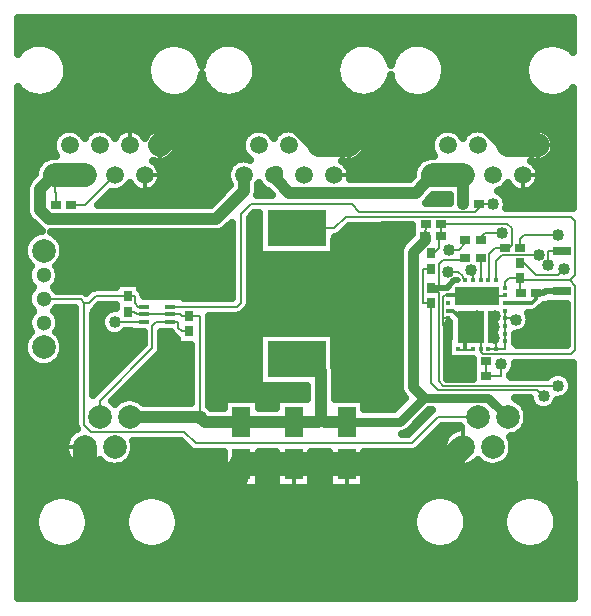
<source format=gbr>
G04 DipTrace 3.0.0.0*
G04 Top.gbr*
%MOIN*%
G04 #@! TF.FileFunction,Copper,L1,Top*
G04 #@! TF.Part,Single*
G04 #@! TA.AperFunction,Conductor*
%ADD14C,0.006*%
G04 #@! TA.AperFunction,ComponentPad*
%ADD15C,0.07874*%
G04 #@! TA.AperFunction,Conductor*
%ADD16C,0.03937*%
%ADD17C,0.011811*%
%ADD18C,0.007874*%
%ADD19C,0.031496*%
%ADD20C,0.035433*%
%ADD21C,0.019685*%
G04 #@! TA.AperFunction,CopperBalancing*
%ADD22C,0.025*%
%ADD23C,0.012992*%
%ADD25R,0.015748X0.011811*%
%ADD27R,0.011811X0.015748*%
%ADD28R,0.145669X0.062992*%
%ADD30R,0.086614X0.111417*%
%ADD31R,0.035433X0.111417*%
%ADD32R,0.035433X0.027559*%
%ADD33R,0.027559X0.035433*%
%ADD34R,0.062992X0.102362*%
%ADD36R,0.062992X0.031496*%
%ADD37R,0.19685X0.122047*%
%ADD39R,0.035433X0.015748*%
G04 #@! TA.AperFunction,ComponentPad*
%ADD40C,0.059055*%
%ADD41C,0.051181*%
G04 #@! TA.AperFunction,ViaPad*
%ADD42C,0.04*%
%FSLAX26Y26*%
G04*
G70*
G90*
G75*
G01*
G04 Top*
%LPD*%
X1965118Y1034252D2*
D14*
X1832984D1*
X1745340Y946608D1*
X1025636D1*
X987562Y984682D1*
X677164D1*
X653853Y1007993D1*
Y1414236D1*
X669609D1*
X691685Y1436312D1*
X799274D1*
X517999Y1427455D2*
X519218Y1426236D1*
X641853D1*
X653853Y1414236D1*
X799274Y1436312D2*
X822055D1*
Y1413063D1*
X833534Y1401584D1*
X853936D1*
X1003446Y1319129D2*
X979269D1*
X967268Y1331130D1*
Y1350403D1*
X940550D1*
X892654D1*
X880654Y1338403D1*
Y1264140D1*
X704646Y1088133D1*
Y1034252D1*
X1915118Y934252D2*
D15*
X1856724Y875858D1*
X1528052D1*
X2165105Y1939764D2*
X2065105D1*
X1867290Y1439601D2*
D14*
X1857060D1*
X1850241Y1432782D1*
Y1362829D1*
Y1341719D1*
X1854722Y1337239D1*
X1867290D1*
X1942913Y1172110D2*
X1893115D1*
Y1169101D1*
X1942602Y1219366D2*
Y1172110D1*
X1942913D1*
X1867290Y1286058D2*
Y1233543D1*
X1881467Y1219366D1*
X1942602D1*
X1867290Y1311648D2*
Y1286058D1*
Y1337239D2*
Y1311648D1*
X1850241Y1362829D2*
X1867290D1*
X1961778Y1436648D2*
D17*
Y1439601D1*
X1911623D1*
X1867290D1*
X2056266D2*
D14*
Y1436648D1*
X2015307D1*
X1961778D1*
X1176543Y875858D2*
D15*
X1151835Y807756D1*
X670339D1*
X654646Y867419D1*
Y934252D1*
X1352017Y875858D2*
X1176543D1*
X1528052D2*
X1352017D1*
X1435241Y1939764D2*
X1444104D1*
X1352765Y2031102D1*
X995969D1*
X904630Y1939764D1*
X1535241D2*
X1435241D1*
X2065105D2*
X2077925D1*
X1994211Y2023478D1*
X1618955D1*
X1535241Y1939764D1*
X1913352Y1426848D2*
D17*
X1911623Y1439601D1*
X1976241Y1427932D2*
X1961778D1*
Y1436648D1*
X2015307Y1449033D2*
D14*
Y1436648D1*
X1791104Y1677944D2*
X1790257Y1636012D1*
X799274Y1385131D2*
X818581D1*
X827719Y1375993D1*
X853936D1*
X1003446Y1370310D2*
D18*
X1040115D1*
Y1032361D1*
D16*
X1054886Y1017591D1*
X1176543D1*
X1528052D2*
D19*
X1704508D1*
X1785482Y1098564D1*
X2000806D1*
X2065118Y1034252D1*
X1361888Y1225970D2*
D16*
X1403531D1*
X1443476Y1186025D1*
Y1029594D1*
X1455480Y1017591D1*
X1528052D1*
X1790257Y1636012D2*
D20*
Y1624661D1*
X1749531Y1583936D1*
Y1134514D1*
X1785482Y1098564D1*
X1352017Y1017591D2*
D16*
X1431472D1*
X1443476Y1029594D1*
X1176543Y1017591D2*
X1352017D1*
X1040115Y1032361D2*
X1042007Y1034252D1*
X804646D1*
X940550Y1375993D2*
D14*
X973584D1*
X979268Y1370310D1*
X1003446D1*
X853936Y1375993D2*
X940550D1*
X2016896Y1335664D2*
Y1335395D1*
Y1301913D1*
X2025755Y1293055D1*
Y1261451D1*
X1185241Y1839764D2*
D16*
X1187079Y1837927D1*
Y1788979D1*
X1093609Y1695509D1*
X535386D1*
X505526Y1725369D1*
Y1794172D1*
X551118Y1839764D1*
X654630D1*
X1916841Y1744087D2*
Y1776370D1*
X1915105Y1778106D1*
Y1839764D1*
X1870441Y1591567D2*
D14*
X1901217D1*
X1923228Y1613579D1*
Y1623801D1*
X2043974Y1210760D2*
Y1172110D1*
X1994094D1*
X2056266Y1388420D2*
Y1362829D1*
X1865894Y1518799D2*
X1900709D1*
X1916597Y1502911D1*
Y1497843D1*
X1924642Y1489798D1*
X1923392D1*
X2056266Y1362829D2*
X2091699D1*
Y1358797D1*
X2056266Y1337239D2*
Y1362829D1*
Y1311648D2*
Y1337239D1*
Y1286058D2*
Y1311648D1*
X2025755Y1261451D2*
X2056266D1*
Y1286058D1*
X554630Y1839764D2*
Y1784577D1*
X558228Y1780979D1*
Y1740920D1*
X654630Y1839764D2*
D15*
X554630D1*
X1815105D2*
D16*
X1812694Y1842175D1*
X1759748Y1780294D1*
X1337482D1*
X1294631Y1823144D1*
Y1849154D1*
X1285241Y1839764D1*
X1915105D2*
D15*
X1815105D1*
X1994094Y1172110D2*
D14*
Y1219366D1*
X1993783D1*
X2000164Y1261451D2*
X2025755D1*
X2018552Y1334869D2*
X2016896Y1335395D1*
X2019290Y1298871D2*
X2016896Y1301913D1*
X2015106Y1744087D2*
X1968022D1*
Y1730811D1*
X1954970Y1717759D1*
X1570541D1*
X1545201Y1743098D1*
X1208236D1*
X1175115Y1709978D1*
Y1413587D1*
X1163113Y1401584D1*
X940550D1*
X2252860Y1528117D2*
X2233448Y1508705D1*
X2158745D1*
X2119802Y1547648D1*
X2106299D1*
X2233016Y1640602D2*
X2118299D1*
X2106087Y1628390D1*
Y1598755D1*
X754630Y1839764D2*
X655786Y1740920D1*
X609409D1*
X853936Y1350403D2*
X754630Y1350406D1*
X2168138Y1574366D2*
Y1575333D1*
X2046427D1*
X2025755Y1554663D1*
Y1489798D1*
X1811024Y1528379D2*
X1781543D1*
Y1413205D1*
X1811024D1*
Y1147789D1*
X1833487Y1125325D1*
X2161727D1*
X2184518Y1102533D1*
X1361888Y1662978D2*
X1486249D1*
X1525329Y1702058D1*
X2274781D1*
X2289780Y1687059D1*
Y1507495D1*
X2272654Y1490369D1*
X2106299D1*
Y1496467D1*
X2272654Y1490369D2*
X2290627Y1472396D1*
Y1258836D1*
X2274823Y1243031D1*
X1981938D1*
X1974573Y1250396D1*
Y1261451D1*
X1923392D2*
Y1256929D1*
X1948983D1*
Y1261451D1*
X1897802D2*
Y1256696D1*
X1923392D1*
X1942093Y1335664D2*
D17*
X1934971D1*
X1918047Y1352588D1*
X1882215Y1388420D1*
X1867290D1*
X1923392Y1261451D2*
Y1311437D1*
Y1335664D1*
X1942093D1*
X2106299Y1496467D2*
D14*
Y1448608D1*
X2108268D1*
X1974573Y1261451D2*
Y1279895D1*
Y1295024D1*
X1942093Y1327504D1*
Y1335664D1*
X2106299Y1496467D2*
X2068268D1*
X2056266Y1484466D1*
Y1465192D1*
X1920046Y1356127D2*
D17*
X1918047Y1352588D1*
X1921588Y1311694D2*
X1923392Y1311437D1*
X1963710Y1310667D2*
D14*
X1974573Y1279895D1*
X2046835Y1646583D2*
X1987903D1*
X1974409Y1633089D1*
Y1623801D1*
X1941709Y1523673D2*
X1948983Y1516399D1*
Y1489798D1*
X2247618Y1452996D2*
D21*
X2190554D1*
X2186165Y1448608D1*
X2159449D1*
D17*
Y1428755D1*
X2144705Y1414010D1*
X2056266D1*
X1897802Y1489798D2*
D21*
X1887257D1*
X1865415Y1467955D1*
X1867290Y1465192D1*
X2199301Y1539563D2*
D14*
Y1586570D1*
X2199016Y1586854D1*
X2247618D1*
X2232562Y1137836D2*
X2232060Y1138339D1*
X1850504D1*
X1835199Y1153643D1*
Y1452386D1*
X1833803D1*
Y1464386D1*
D21*
X1811024D1*
D14*
X1814846Y1452386D1*
X1833803D1*
X1867290Y1465192D2*
D21*
X1835378D1*
D18*
Y1542962D1*
X1848741Y1556325D1*
X1923228D1*
Y1565378D1*
X1974573Y1489798D2*
D14*
X1974409Y1565378D1*
X1811024Y1579560D2*
X1820071D1*
X1837340Y1596829D1*
Y1636012D1*
X1841438D1*
X2054906Y1598755D2*
X2023647D1*
X2002343Y1577450D1*
Y1489798D1*
X2000164D1*
X1842285Y1677944D2*
X2063835D1*
X2079175Y1662604D1*
Y1608723D1*
X2069206Y1598755D1*
X2054906D1*
X1841438Y1636012D2*
X1842285Y1677944D1*
D42*
X1920046Y1356127D3*
X1964223Y1371025D3*
X1921588Y1311694D3*
X1963710Y1310667D3*
X1893115Y1169101D3*
X1865894Y1518799D3*
X2043974Y1210760D3*
X2091699Y1358797D3*
X1870441Y1591567D3*
X2015106Y1744087D3*
X754630Y1350406D3*
X1941709Y1523673D3*
X2046835Y1646583D3*
X2199301Y1539563D3*
X2232562Y1137836D3*
X2252860Y1528117D3*
X2233016Y1640602D3*
X2168138Y1574366D3*
X2184518Y1102533D3*
X2021202Y1369323D3*
X2018552Y1334869D3*
X2019290Y1298871D3*
X1913352Y1426848D3*
X1976241Y1427932D3*
X2015307Y1449033D3*
X1865808Y1202656D2*
D22*
X1947381D1*
X1865808Y1177787D2*
X1947381D1*
X1878392Y1227085D2*
X1865404D1*
Y1295818D1*
X1869848D1*
X1869613Y1351335D1*
X1863295Y1339886D1*
Y1162102D1*
X1949930Y1161669D1*
X1949886Y1226339D1*
X1880651Y1226495D1*
X1878793Y1226937D1*
X434710Y2338222D2*
X2281858D1*
X434710Y2313353D2*
X2281858D1*
X434710Y2288484D2*
X2281858D1*
X434710Y2263615D2*
X448295D1*
X560930D2*
X898312D1*
X1010930D2*
X1078928D1*
X1191546D2*
X1528928D1*
X1641546D2*
X1708811D1*
X1821428D2*
X2158811D1*
X2271428D2*
X2281858D1*
X584270Y2238747D2*
X875022D1*
X1034270D2*
X1055588D1*
X1214886D2*
X1505588D1*
X1664886D2*
X1685471D1*
X1844719D2*
X2135471D1*
X595256Y2213878D2*
X863987D1*
X1225871D2*
X1494602D1*
X1855755D2*
X2124484D1*
X598479Y2189009D2*
X860764D1*
X1229094D2*
X1491379D1*
X1858976D2*
X2121214D1*
X594816Y2164140D2*
X864427D1*
X1225432D2*
X1495042D1*
X1855315D2*
X2124924D1*
X583294Y2139272D2*
X875999D1*
X1033294D2*
X1056564D1*
X1213908D2*
X1506564D1*
X1663908D2*
X1686448D1*
X1843743D2*
X2136448D1*
X434710Y2114403D2*
X450441D1*
X558782D2*
X900462D1*
X1008782D2*
X1081076D1*
X1189396D2*
X1531076D1*
X1639396D2*
X1710959D1*
X1819280D2*
X2160959D1*
X2269280D2*
X2281858D1*
X434710Y2089534D2*
X2281858D1*
X434710Y2064665D2*
X2281858D1*
X434710Y2039797D2*
X2281858D1*
X434710Y2014928D2*
X2281858D1*
X434710Y1990059D2*
X577463D1*
X631780D2*
X677463D1*
X731780D2*
X777463D1*
X831780D2*
X877463D1*
X931780D2*
X1208079D1*
X1262395D2*
X1308079D1*
X1362395D2*
X1408079D1*
X1462395D2*
X1508079D1*
X1562395D2*
X1837912D1*
X1892278D2*
X1937912D1*
X1992278D2*
X2037912D1*
X2092278D2*
X2137912D1*
X2192278D2*
X2281858D1*
X434710Y1965190D2*
X552219D1*
X957024D2*
X1182835D1*
X1587639D2*
X1812668D1*
X2217522D2*
X2281858D1*
X434710Y1940322D2*
X546115D1*
X963127D2*
X1176731D1*
X1593743D2*
X1806564D1*
X2223626D2*
X2281858D1*
X434710Y1915453D2*
X551682D1*
X957610D2*
X1182248D1*
X1588226D2*
X1812131D1*
X2218059D2*
X2281858D1*
X434710Y1890584D2*
X510227D1*
X933976D2*
X1159152D1*
X1564543D2*
X1770726D1*
X2194427D2*
X2281858D1*
X434710Y1865715D2*
X491575D1*
X906780D2*
X1133079D1*
X1537395D2*
X1752072D1*
X2167228D2*
X2281858D1*
X434710Y1840846D2*
X484396D1*
X913127D2*
X1126731D1*
X1543743D2*
X1746751D1*
X2173626D2*
X2281858D1*
X434710Y1815978D2*
X462327D1*
X907854D2*
X1132004D1*
X2168303D2*
X2281858D1*
X434710Y1791109D2*
X456858D1*
X784904D2*
X824387D1*
X884904D2*
X1121408D1*
X1235735D2*
X1254954D1*
X2045354D2*
X2084836D1*
X2145354D2*
X2281858D1*
X434710Y1766240D2*
X456858D1*
X725335D2*
X1096555D1*
X1810979D2*
X1870139D1*
X2058488D2*
X2281858D1*
X434710Y1741371D2*
X456858D1*
X2064007D2*
X2281858D1*
X434710Y1716503D2*
X457688D1*
X434710Y1691634D2*
X471458D1*
X1207122D2*
X1234495D1*
X434710Y1666765D2*
X496311D1*
X1132659D2*
X1143138D1*
X1207122D2*
X1234495D1*
X1534222D2*
X1743528D1*
X434710Y1641896D2*
X476438D1*
X559563D2*
X1143138D1*
X1207122D2*
X1234495D1*
X1509367D2*
X1742454D1*
X434710Y1617028D2*
X455979D1*
X580022D2*
X1143138D1*
X1207122D2*
X1234495D1*
X1489299D2*
X1717600D1*
X434710Y1592159D2*
X449759D1*
X586272D2*
X1143138D1*
X1207122D2*
X1234495D1*
X1489299D2*
X1703587D1*
X434710Y1567290D2*
X453270D1*
X582707D2*
X1143138D1*
X1207122D2*
X1702806D1*
X434710Y1542421D2*
X468820D1*
X567180D2*
X1143138D1*
X1207122D2*
X1702806D1*
X434710Y1517552D2*
X464671D1*
X571331D2*
X1143138D1*
X1207122D2*
X1702806D1*
X434710Y1492684D2*
X465207D1*
X570794D2*
X1143138D1*
X1207122D2*
X1702806D1*
X434710Y1467815D2*
X480295D1*
X555706D2*
X756516D1*
X842034D2*
X1143138D1*
X1207122D2*
X1702806D1*
X434710Y1442946D2*
X465794D1*
X853312D2*
X1143138D1*
X1207122D2*
X1702806D1*
X434710Y1418077D2*
X464280D1*
X1207122D2*
X1702806D1*
X434710Y1393209D2*
X476243D1*
X559759D2*
X621848D1*
X692766D2*
X733958D1*
X1198919D2*
X1702806D1*
X2172210D2*
X2258615D1*
X434710Y1368340D2*
X467259D1*
X568743D2*
X621848D1*
X685832D2*
X709251D1*
X1073039D2*
X1702806D1*
X2139690D2*
X2258615D1*
X434710Y1343471D2*
X463694D1*
X572307D2*
X621848D1*
X685832D2*
X706175D1*
X1073039D2*
X1702806D1*
X2138079D2*
X2258615D1*
X434710Y1318602D2*
X473020D1*
X562980D2*
X621848D1*
X685832D2*
X718235D1*
X791058D2*
X807248D1*
X1073039D2*
X1702806D1*
X2117571D2*
X2258615D1*
X434710Y1293734D2*
X455735D1*
X580266D2*
X621848D1*
X685832D2*
X848655D1*
X912639D2*
X960667D1*
X1073039D2*
X1234495D1*
X1489299D2*
X1702806D1*
X2093156D2*
X2258615D1*
X434710Y1268865D2*
X449660D1*
X586320D2*
X621848D1*
X685832D2*
X841184D1*
X912639D2*
X1007199D1*
X1073039D2*
X1234495D1*
X1489299D2*
X1702806D1*
X434710Y1243996D2*
X453466D1*
X582560D2*
X621848D1*
X685832D2*
X816282D1*
X904680D2*
X1007199D1*
X1073039D2*
X1234495D1*
X1489299D2*
X1702806D1*
X434710Y1219127D2*
X469260D1*
X566740D2*
X621848D1*
X685832D2*
X791428D1*
X879827D2*
X1007199D1*
X1073039D2*
X1234495D1*
X1489299D2*
X1702806D1*
X1867180D2*
X1895871D1*
X434710Y1194259D2*
X621848D1*
X685832D2*
X766575D1*
X854974D2*
X1007199D1*
X1073039D2*
X1234495D1*
X1491399D2*
X1702806D1*
X1867180D2*
X1895871D1*
X2089934D2*
X2281858D1*
X434710Y1169390D2*
X621848D1*
X685832D2*
X741672D1*
X830119D2*
X1007199D1*
X1073039D2*
X1234495D1*
X1492131D2*
X1702806D1*
X1867180D2*
X1896214D1*
X2075823D2*
X2195920D1*
X2269231D2*
X2281858D1*
X434710Y1144521D2*
X621848D1*
X685832D2*
X716819D1*
X805266D2*
X1007199D1*
X1073039D2*
X1234495D1*
X1492131D2*
X1702806D1*
X434710Y1119652D2*
X621848D1*
X780364D2*
X1007199D1*
X1073039D2*
X1394798D1*
X1492131D2*
X1705394D1*
X434710Y1094783D2*
X621848D1*
X755510D2*
X776194D1*
X833098D2*
X1007199D1*
X1073039D2*
X1116038D1*
X1237054D2*
X1291526D1*
X1588518D2*
X1719455D1*
X2093596D2*
X2136155D1*
X2252630D2*
X2281858D1*
X434710Y1069915D2*
X621848D1*
X1073820D2*
X1116038D1*
X1237054D2*
X1291526D1*
X1588518D2*
X1694602D1*
X2122991D2*
X2148899D1*
X2220159D2*
X2281858D1*
X434710Y1045046D2*
X621848D1*
X2132610D2*
X2281858D1*
X434710Y1020177D2*
X621848D1*
X2131975D2*
X2281858D1*
X434710Y995308D2*
X624728D1*
X1838226D2*
X1887912D1*
X2120744D2*
X2281858D1*
X434710Y970440D2*
X597092D1*
X1813371D2*
X1857591D1*
X2083928D2*
X2281858D1*
X434710Y945571D2*
X587278D1*
X822014D2*
X982444D1*
X1788518D2*
X1847727D1*
X2082512D2*
X2281858D1*
X434710Y920702D2*
X587668D1*
X821575D2*
X1009055D1*
X1761955D2*
X1848167D1*
X2082072D2*
X2281858D1*
X434710Y895833D2*
X598655D1*
X810638D2*
X1116038D1*
X1237054D2*
X1291526D1*
X1412492D2*
X1467551D1*
X1588518D2*
X1859104D1*
X2071135D2*
X2281858D1*
X434710Y870965D2*
X633908D1*
X675383D2*
X733908D1*
X775383D2*
X1116038D1*
X1237054D2*
X1291526D1*
X1412492D2*
X1467551D1*
X1588518D2*
X1894407D1*
X1935832D2*
X1994407D1*
X2035832D2*
X2281858D1*
X434710Y846096D2*
X1116038D1*
X1237054D2*
X1291526D1*
X1412492D2*
X1467551D1*
X1588518D2*
X2281858D1*
X434710Y821227D2*
X1116038D1*
X1237054D2*
X1291526D1*
X1412492D2*
X1467551D1*
X1588518D2*
X2281858D1*
X434710Y796358D2*
X2281858D1*
X434710Y771490D2*
X553147D1*
X606144D2*
X853147D1*
X906144D2*
X1813644D1*
X1866643D2*
X2113644D1*
X2166643D2*
X2281858D1*
X434710Y746621D2*
X511643D1*
X647698D2*
X811643D1*
X947698D2*
X1772092D1*
X1908196D2*
X2072092D1*
X2208196D2*
X2281858D1*
X434710Y721752D2*
X494846D1*
X664495D2*
X794846D1*
X964495D2*
X1755295D1*
X1924992D2*
X2055295D1*
X2224992D2*
X2281858D1*
X434710Y696883D2*
X487571D1*
X671770D2*
X787571D1*
X971770D2*
X1748068D1*
X1932219D2*
X2048068D1*
X2232219D2*
X2281858D1*
X434710Y672014D2*
X487522D1*
X671819D2*
X787522D1*
X971819D2*
X1748020D1*
X1932268D2*
X2048020D1*
X2232268D2*
X2281858D1*
X434710Y647146D2*
X494651D1*
X664690D2*
X794651D1*
X964690D2*
X1755148D1*
X1925139D2*
X2055148D1*
X2225139D2*
X2281858D1*
X434710Y622277D2*
X511252D1*
X648039D2*
X811252D1*
X948039D2*
X1771751D1*
X1908538D2*
X2071751D1*
X2208538D2*
X2281858D1*
X434710Y597408D2*
X551828D1*
X607463D2*
X851828D1*
X907463D2*
X1812327D1*
X1867962D2*
X2112327D1*
X2167962D2*
X2281858D1*
X434710Y572539D2*
X2281858D1*
X434710Y547671D2*
X2281858D1*
X434710Y522802D2*
X2281858D1*
X434710Y497933D2*
X2281858D1*
X434710Y473064D2*
X2281858D1*
X434710Y448196D2*
X2281858D1*
X1890991Y1227085D2*
X1865404D1*
Y1253697D1*
X1864692Y1252386D1*
Y1167865D1*
X1898697Y1167831D1*
X1898705Y1179094D1*
X1898394Y1181594D1*
Y1227093D1*
X1890995Y1227134D1*
X2090633Y1304837D2*
X2090584Y1279251D1*
X2094438Y1272524D1*
X2261088D1*
X2261135Y1410740D1*
X2203702Y1410756D1*
X2203657Y1408336D1*
X2184566D1*
X2167613Y1391102D1*
X2161633Y1386387D1*
X2154717Y1383198D1*
X2147247Y1381713D1*
X2132253Y1381613D1*
X2135916Y1373164D1*
X2137619Y1366070D1*
X2138192Y1358797D1*
X2137619Y1351524D1*
X2135916Y1344429D1*
X2133125Y1337689D1*
X2129312Y1331470D1*
X2124575Y1325921D1*
X2119026Y1321184D1*
X2112807Y1317371D1*
X2106067Y1314580D1*
X2098972Y1312877D1*
X2090631Y1312346D1*
X2090584Y1304841D1*
X1489644Y1095264D2*
X1586041D1*
Y1059864D1*
X1686988Y1059831D1*
X1724323Y1097143D1*
X1715915Y1105803D1*
X1711837Y1111416D1*
X1708688Y1117596D1*
X1706545Y1124194D1*
X1705459Y1131046D1*
X1705323Y1222014D1*
X1705459Y1587404D1*
X1706545Y1594256D1*
X1708688Y1600853D1*
X1711837Y1607034D1*
X1715915Y1612647D1*
X1746066Y1642990D1*
X1746049Y1672580D1*
X1537345Y1672365D1*
X1505403Y1640551D1*
X1499639Y1636699D1*
X1493134Y1634301D1*
X1488554Y1633576D1*
X1486806Y1625493D1*
Y1575462D1*
X1236971D1*
Y1713597D1*
X1220252Y1713406D1*
X1204608Y1697478D1*
X1204517Y1411273D1*
X1203164Y1404472D1*
X1200261Y1398177D1*
X1195970Y1392732D1*
X1182266Y1379157D1*
X1176503Y1375306D1*
X1169997Y1372907D1*
X1163113Y1372092D1*
X1070486D1*
X1070545Y1070554D1*
X1076276Y1065202D1*
X1077129Y1064231D1*
X1079886Y1063768D1*
X1118509D1*
X1118555Y1095264D1*
X1234531D1*
Y1063769D1*
X1294072Y1063768D1*
X1294029Y1095264D1*
X1397301D1*
X1397299Y1138432D1*
X1236971Y1138454D1*
Y1313486D1*
X1486806D1*
Y1202010D1*
X1489085Y1193248D1*
X1489654Y1186025D1*
Y1095253D1*
X1586041Y917115D2*
Y798185D1*
X1470064D1*
Y917121D1*
X1410037Y917115D1*
X1410005Y798185D1*
X1294029D1*
Y917121D1*
X1234549Y917115D1*
X1234531Y798185D1*
X1118555D1*
Y917121D1*
X1023323Y917206D1*
X1016522Y918559D1*
X1010227Y921462D1*
X1004782Y925753D1*
X975062Y955190D1*
X817102D1*
X819697Y944555D1*
X820508Y934252D1*
X819697Y923949D1*
X817285Y913899D1*
X813329Y904352D1*
X807929Y895539D1*
X801218Y887680D1*
X793358Y880969D1*
X784546Y875568D1*
X774999Y871613D1*
X764949Y869201D1*
X754646Y868390D1*
X744343Y869201D1*
X734293Y871613D1*
X724745Y875568D1*
X715933Y880969D1*
X708073Y887680D1*
X704660Y891374D1*
X698848Y885425D1*
X690954Y879302D1*
X682224Y874442D1*
X672861Y870959D1*
X663079Y868932D1*
X653102Y868408D1*
X643161Y869399D1*
X633484Y871882D1*
X624294Y875801D1*
X615802Y881063D1*
X608205Y887550D1*
X601675Y895112D1*
X596365Y903573D1*
X592395Y912741D1*
X589858Y922404D1*
X588811Y932340D1*
X589280Y942319D1*
X591252Y952113D1*
X594682Y961496D1*
X599493Y970252D1*
X605572Y978180D1*
X612781Y985097D1*
X620953Y990844D1*
X627701Y994348D1*
X625175Y1001109D1*
X624361Y1008003D1*
Y1396715D1*
X560066Y1396744D1*
X554827Y1390627D1*
X552093Y1388101D1*
X557602Y1382541D1*
X562407Y1375928D1*
X566117Y1368647D1*
X568642Y1360874D1*
X569921Y1352802D1*
Y1344629D1*
X568642Y1336556D1*
X566117Y1328783D1*
X562407Y1321503D1*
X559451Y1317236D1*
X564571Y1312610D1*
X571282Y1304751D1*
X576682Y1295938D1*
X580638Y1286391D1*
X583050Y1276341D1*
X583861Y1266038D1*
X583050Y1255735D1*
X580638Y1245685D1*
X576682Y1236138D1*
X571282Y1227325D1*
X564571Y1219466D1*
X556711Y1212755D1*
X547899Y1207354D1*
X538352Y1203399D1*
X528302Y1200987D1*
X517999Y1200176D1*
X507696Y1200987D1*
X497646Y1203399D1*
X488098Y1207354D1*
X479286Y1212755D1*
X471427Y1219466D1*
X464715Y1227325D1*
X459315Y1236138D1*
X455360Y1245685D1*
X452948Y1255735D1*
X452136Y1266038D1*
X452948Y1276341D1*
X455360Y1286391D1*
X459315Y1295938D1*
X464715Y1304751D1*
X471427Y1312610D1*
X476542Y1317157D1*
X471593Y1325070D1*
X468465Y1332621D1*
X466558Y1340568D1*
X465916Y1348715D1*
X466558Y1356862D1*
X468465Y1364810D1*
X471593Y1372361D1*
X475864Y1379328D1*
X481171Y1385543D1*
X483904Y1388070D1*
X478395Y1393630D1*
X473591Y1400243D1*
X469881Y1407524D1*
X467356Y1415297D1*
X466076Y1423369D1*
Y1431542D1*
X467356Y1439614D1*
X469881Y1447387D1*
X473591Y1454668D1*
X478395Y1461281D1*
X483904Y1466810D1*
X478395Y1472370D1*
X473591Y1478983D1*
X469881Y1486264D1*
X467356Y1494037D1*
X466076Y1502109D1*
Y1510282D1*
X467356Y1518354D1*
X469881Y1526127D1*
X473591Y1533408D1*
X476546Y1537675D1*
X471427Y1542301D1*
X464715Y1550160D1*
X459315Y1558972D1*
X455360Y1568520D1*
X452948Y1578570D1*
X452136Y1588873D1*
X452948Y1599176D1*
X455360Y1609226D1*
X459315Y1618773D1*
X464715Y1627585D1*
X471427Y1635445D1*
X479286Y1642156D1*
X488098Y1647556D1*
X497646Y1651512D1*
X507696Y1653924D1*
X514022Y1654579D1*
X508244Y1658151D1*
X502734Y1662857D1*
X470413Y1695379D1*
X466154Y1701241D1*
X462864Y1707697D1*
X460625Y1714589D1*
X459491Y1721745D1*
X459349Y1794172D1*
X459917Y1801395D1*
X461609Y1808441D1*
X464382Y1815136D1*
X468168Y1821314D1*
X472874Y1826824D1*
X488860Y1842810D1*
X489579Y1850067D1*
X491991Y1860117D1*
X495946Y1869664D1*
X501346Y1878476D1*
X508058Y1886336D1*
X515917Y1893047D1*
X524730Y1898448D1*
X534277Y1902403D1*
X544327Y1904815D1*
X554630Y1905626D1*
X560245D1*
X556865Y1910493D1*
X552874Y1918325D1*
X550157Y1926686D1*
X548783Y1935369D1*
Y1944159D1*
X550157Y1952841D1*
X552874Y1961202D1*
X556865Y1969034D1*
X562033Y1976146D1*
X568248Y1982361D1*
X575360Y1987529D1*
X583192Y1991520D1*
X591552Y1994236D1*
X600235Y1995610D1*
X609025D1*
X617707Y1994236D1*
X626068Y1991520D1*
X633900Y1987529D1*
X641012Y1982361D1*
X647227Y1976146D1*
X652395Y1969034D1*
X654717Y1965196D1*
X659308Y1972692D1*
X665018Y1979375D1*
X671702Y1985085D1*
X679198Y1989677D1*
X687319Y1993042D1*
X695866Y1995093D1*
X704630Y1995783D1*
X713394Y1995093D1*
X721941Y1993042D1*
X730062Y1989677D1*
X737558Y1985085D1*
X744241Y1979375D1*
X749951Y1972692D1*
X754623Y1965025D1*
X758621Y1971722D1*
X763298Y1977577D1*
X768715Y1982756D1*
X774776Y1987165D1*
X781370Y1990726D1*
X788381Y1993375D1*
X795682Y1995064D1*
X803143Y1995764D1*
X810631Y1995461D1*
X818013Y1994161D1*
X825154Y1991888D1*
X831928Y1988682D1*
X838214Y1984601D1*
X843898Y1979717D1*
X848879Y1974118D1*
X853070Y1967904D1*
X854766Y1965294D1*
X858621Y1971722D1*
X863298Y1977577D1*
X868715Y1982756D1*
X874776Y1987165D1*
X881370Y1990726D1*
X888381Y1993375D1*
X895682Y1995064D1*
X903143Y1995764D1*
X910631Y1995461D1*
X918013Y1994161D1*
X925154Y1991888D1*
X931928Y1988682D1*
X938214Y1984601D1*
X943898Y1979717D1*
X948879Y1974118D1*
X953070Y1967904D1*
X956392Y1961186D1*
X958789Y1954085D1*
X960215Y1946728D1*
X960593Y1937265D1*
X959760Y1929816D1*
X957938Y1922547D1*
X955163Y1915585D1*
X951483Y1909056D1*
X946966Y1903077D1*
X941689Y1897755D1*
X935751Y1893184D1*
X929255Y1889446D1*
X922318Y1886610D1*
X915064Y1884724D1*
X907623Y1883824D1*
X900130Y1883925D1*
X892717Y1885025D1*
X885517Y1887105D1*
X882839Y1888164D1*
X890180Y1883058D1*
X895642Y1877925D1*
X900367Y1872109D1*
X904277Y1865715D1*
X907297Y1858856D1*
X909373Y1851655D1*
X910470Y1844241D1*
X910427Y1834770D1*
X909261Y1827367D1*
X907117Y1820186D1*
X904034Y1813356D1*
X900067Y1806997D1*
X895286Y1801224D1*
X889778Y1796143D1*
X883642Y1791841D1*
X876986Y1788398D1*
X869929Y1785874D1*
X862598Y1784314D1*
X855126Y1783747D1*
X847643Y1784181D1*
X840287Y1785612D1*
X833186Y1788010D1*
X826471Y1791336D1*
X820259Y1795528D1*
X814661Y1800512D1*
X809780Y1806198D1*
X805701Y1812486D1*
X804543Y1814332D1*
X799951Y1806836D1*
X794241Y1800152D1*
X787558Y1794442D1*
X780062Y1789850D1*
X771941Y1786486D1*
X763394Y1784434D1*
X754630Y1783744D1*
X745866Y1784434D1*
X741806Y1785241D1*
X698248Y1741673D1*
X1074497Y1741686D1*
X1139781Y1806986D1*
X1135328Y1814332D1*
X1131963Y1822453D1*
X1129912Y1831000D1*
X1129222Y1839764D1*
X1129912Y1848528D1*
X1131963Y1857075D1*
X1135328Y1865196D1*
X1139920Y1872692D1*
X1145630Y1879375D1*
X1152314Y1885085D1*
X1159810Y1889677D1*
X1167930Y1893042D1*
X1176478Y1895093D1*
X1185241Y1895783D1*
X1194005Y1895093D1*
X1202552Y1893042D1*
X1207101Y1891325D1*
X1198860Y1897167D1*
X1192644Y1903382D1*
X1187476Y1910493D1*
X1183486Y1918325D1*
X1180769Y1926686D1*
X1179395Y1935369D1*
Y1944159D1*
X1180769Y1952841D1*
X1183486Y1961202D1*
X1187476Y1969034D1*
X1192644Y1976146D1*
X1198860Y1982361D1*
X1205971Y1987529D1*
X1213803Y1991520D1*
X1222164Y1994236D1*
X1230846Y1995610D1*
X1239636D1*
X1248319Y1994236D1*
X1256680Y1991520D1*
X1264512Y1987529D1*
X1271623Y1982361D1*
X1277839Y1976146D1*
X1283007Y1969034D1*
X1285328Y1965196D1*
X1289920Y1972692D1*
X1295630Y1979375D1*
X1302314Y1985085D1*
X1309810Y1989677D1*
X1317930Y1993042D1*
X1326478Y1995093D1*
X1335241Y1995783D1*
X1344005Y1995093D1*
X1352552Y1993042D1*
X1360673Y1989677D1*
X1368169Y1985085D1*
X1374853Y1979375D1*
X1380563Y1972692D1*
X1385235Y1965025D1*
X1389232Y1971722D1*
X1393909Y1977577D1*
X1399327Y1982756D1*
X1405387Y1987165D1*
X1411982Y1990726D1*
X1418992Y1993375D1*
X1426294Y1995064D1*
X1433755Y1995764D1*
X1441243Y1995461D1*
X1448625Y1994161D1*
X1455765Y1991888D1*
X1462539Y1988682D1*
X1468825Y1984601D1*
X1474509Y1979717D1*
X1479491Y1974118D1*
X1483681Y1967904D1*
X1485378Y1965294D1*
X1489232Y1971722D1*
X1493909Y1977577D1*
X1499327Y1982756D1*
X1505387Y1987165D1*
X1511982Y1990726D1*
X1518992Y1993375D1*
X1526294Y1995064D1*
X1533755Y1995764D1*
X1541243Y1995461D1*
X1548625Y1994161D1*
X1555765Y1991888D1*
X1562539Y1988682D1*
X1568825Y1984601D1*
X1574509Y1979717D1*
X1579491Y1974118D1*
X1583681Y1967904D1*
X1587004Y1961186D1*
X1589400Y1954085D1*
X1590827Y1946728D1*
X1591205Y1937265D1*
X1590371Y1929816D1*
X1588550Y1922547D1*
X1585774Y1915585D1*
X1582094Y1909056D1*
X1577577Y1903077D1*
X1572301Y1897755D1*
X1566362Y1893184D1*
X1559866Y1889446D1*
X1552929Y1886610D1*
X1545676Y1884724D1*
X1538235Y1883824D1*
X1530741Y1883925D1*
X1523328Y1885025D1*
X1516129Y1887105D1*
X1513450Y1888164D1*
X1520791Y1883058D1*
X1526253Y1877925D1*
X1530979Y1872109D1*
X1534888Y1865715D1*
X1537908Y1858856D1*
X1539984Y1851655D1*
X1541081Y1844241D1*
X1541038Y1834770D1*
X1539647Y1826467D1*
X1738507Y1826471D1*
X1749264Y1839068D1*
X1750054Y1850067D1*
X1752466Y1860117D1*
X1756421Y1869664D1*
X1761822Y1878476D1*
X1768533Y1886336D1*
X1776392Y1893047D1*
X1785205Y1898448D1*
X1794752Y1902403D1*
X1804802Y1904815D1*
X1815105Y1905626D1*
X1820720D1*
X1817340Y1910493D1*
X1813349Y1918325D1*
X1810633Y1926686D1*
X1809259Y1935369D1*
Y1944159D1*
X1810633Y1952841D1*
X1813349Y1961202D1*
X1817340Y1969034D1*
X1822508Y1976146D1*
X1828723Y1982361D1*
X1835835Y1987529D1*
X1843667Y1991520D1*
X1852028Y1994236D1*
X1860710Y1995610D1*
X1869500D1*
X1878182Y1994236D1*
X1886543Y1991520D1*
X1894375Y1987529D1*
X1901487Y1982361D1*
X1907702Y1976146D1*
X1912870Y1969034D1*
X1915192Y1965196D1*
X1919783Y1972692D1*
X1925493Y1979375D1*
X1932177Y1985085D1*
X1939673Y1989677D1*
X1947794Y1993042D1*
X1956341Y1995093D1*
X1965105Y1995783D1*
X1973869Y1995093D1*
X1982416Y1993042D1*
X1990537Y1989677D1*
X1998033Y1985085D1*
X2004717Y1979375D1*
X2010427Y1972692D1*
X2015098Y1965025D1*
X2019096Y1971722D1*
X2023773Y1977577D1*
X2029190Y1982756D1*
X2035251Y1987165D1*
X2041845Y1990726D1*
X2048856Y1993375D1*
X2056157Y1995064D1*
X2063618Y1995764D1*
X2071106Y1995461D1*
X2078488Y1994161D1*
X2085629Y1991888D1*
X2092403Y1988682D1*
X2098689Y1984601D1*
X2104373Y1979717D1*
X2109354Y1974118D1*
X2113545Y1967904D1*
X2115241Y1965294D1*
X2119096Y1971722D1*
X2123773Y1977577D1*
X2129190Y1982756D1*
X2135251Y1987165D1*
X2141845Y1990726D1*
X2148856Y1993375D1*
X2156157Y1995064D1*
X2163618Y1995764D1*
X2171106Y1995461D1*
X2178488Y1994161D1*
X2185629Y1991888D1*
X2192403Y1988682D1*
X2198689Y1984601D1*
X2204373Y1979717D1*
X2209354Y1974118D1*
X2213545Y1967904D1*
X2216867Y1961186D1*
X2219264Y1954085D1*
X2220690Y1946728D1*
X2221068Y1937265D1*
X2220235Y1929816D1*
X2218413Y1922547D1*
X2215638Y1915585D1*
X2211958Y1909056D1*
X2207441Y1903077D1*
X2202164Y1897755D1*
X2196226Y1893184D1*
X2189730Y1889446D1*
X2182793Y1886610D1*
X2175539Y1884724D1*
X2168098Y1883824D1*
X2160605Y1883925D1*
X2153192Y1885025D1*
X2145992Y1887105D1*
X2143314Y1888164D1*
X2150655Y1883058D1*
X2156117Y1877925D1*
X2160843Y1872109D1*
X2164752Y1865715D1*
X2167772Y1858856D1*
X2169848Y1851655D1*
X2170945Y1844241D1*
X2170902Y1834770D1*
X2169736Y1827367D1*
X2167592Y1820186D1*
X2164509Y1813356D1*
X2160542Y1806997D1*
X2155761Y1801224D1*
X2150253Y1796143D1*
X2144117Y1791841D1*
X2137461Y1788398D1*
X2130404Y1785874D1*
X2123073Y1784314D1*
X2115601Y1783747D1*
X2108118Y1784181D1*
X2100762Y1785612D1*
X2093661Y1788010D1*
X2086946Y1791336D1*
X2080734Y1795528D1*
X2075136Y1800512D1*
X2070255Y1806198D1*
X2066176Y1812486D1*
X2065018Y1814332D1*
X2060427Y1806836D1*
X2054717Y1800152D1*
X2048033Y1794442D1*
X2040537Y1789850D1*
X2033367Y1786837D1*
X2039399Y1783727D1*
X2045301Y1779440D1*
X2050459Y1774281D1*
X2054747Y1768379D1*
X2058059Y1761878D1*
X2060314Y1754940D1*
X2061455Y1747735D1*
Y1740438D1*
X2059837Y1731545D1*
X2277094Y1731459D1*
X2283903Y1730104D1*
X2284350Y1732185D1*
Y2130184D1*
X2274446Y2120285D1*
X2262846Y2111857D1*
X2250071Y2105348D1*
X2236436Y2100917D1*
X2222274Y2098675D1*
X2207936D1*
X2193774Y2100917D1*
X2180139Y2105348D1*
X2167364Y2111857D1*
X2155764Y2120285D1*
X2145626Y2130423D1*
X2137198Y2142022D1*
X2130689Y2154798D1*
X2126259Y2168433D1*
X2124016Y2182594D1*
Y2196933D1*
X2126259Y2211094D1*
X2130689Y2224730D1*
X2137198Y2237505D1*
X2145626Y2249105D1*
X2155764Y2259243D1*
X2167364Y2267671D1*
X2180139Y2274180D1*
X2193774Y2278610D1*
X2207936Y2280853D1*
X2222274D1*
X2236436Y2278610D1*
X2250071Y2274180D1*
X2262846Y2267671D1*
X2274446Y2259243D1*
X2284337Y2249373D1*
X2284350Y2363093D1*
X432154Y2363091D1*
X432185Y2245463D1*
X440021Y2254373D1*
X450923Y2263685D1*
X463148Y2271176D1*
X476395Y2276663D1*
X490336Y2280010D1*
X504630Y2281135D1*
X518924Y2280010D1*
X532865Y2276663D1*
X546112Y2271176D1*
X558337Y2263685D1*
X569239Y2254373D1*
X578551Y2243471D1*
X586042Y2231245D1*
X591529Y2217999D1*
X594877Y2204058D1*
X596001Y2189764D1*
X594877Y2175470D1*
X591529Y2161529D1*
X586042Y2148282D1*
X578551Y2136056D1*
X569239Y2125155D1*
X558337Y2115843D1*
X546112Y2108352D1*
X532865Y2102865D1*
X518924Y2099517D1*
X504630Y2098392D1*
X490336Y2099517D1*
X476395Y2102865D1*
X463148Y2108352D1*
X450923Y2115843D1*
X440021Y2125155D1*
X432184Y2134186D1*
X432185Y432182D1*
X2284382Y432185D1*
X2284350Y1215144D1*
X2279437Y1213903D1*
X2274823Y1213539D1*
X2090399D1*
X2090323Y1207112D1*
X2089181Y1199907D1*
X2086927Y1192969D1*
X2083614Y1186467D1*
X2079327Y1180566D1*
X2073462Y1174850D1*
X2073374Y1169787D1*
X2075504Y1167831D1*
X2197209Y1168030D1*
X2202367Y1173189D1*
X2208270Y1177478D1*
X2214770Y1180790D1*
X2221709Y1183043D1*
X2228915Y1184185D1*
X2236210D1*
X2243416Y1183043D1*
X2250354Y1180790D1*
X2256854Y1177478D1*
X2262756Y1173189D1*
X2267915Y1168030D1*
X2272203Y1162129D1*
X2275516Y1155629D1*
X2277769Y1148690D1*
X2278911Y1141484D1*
Y1134189D1*
X2277769Y1126983D1*
X2275516Y1120045D1*
X2272203Y1113545D1*
X2267915Y1107642D1*
X2262756Y1102483D1*
X2256854Y1098196D1*
X2250354Y1094883D1*
X2243416Y1092629D1*
X2236210Y1091487D1*
X2229669Y1091458D1*
X2227472Y1084741D1*
X2224160Y1078241D1*
X2219871Y1072339D1*
X2214713Y1067180D1*
X2208811Y1062892D1*
X2202311Y1059580D1*
X2195373Y1057325D1*
X2188167Y1056185D1*
X2180871D1*
X2173665Y1057325D1*
X2166727Y1059580D1*
X2160227Y1062892D1*
X2154324Y1067180D1*
X2149165Y1072339D1*
X2144878Y1078241D1*
X2141566Y1084741D1*
X2139311Y1091680D1*
X2138530Y1095841D1*
X2088436Y1095833D1*
X2095018Y1092936D1*
X2103831Y1087535D1*
X2111690Y1080824D1*
X2118402Y1072965D1*
X2123802Y1064152D1*
X2127757Y1054605D1*
X2130169Y1044555D1*
X2130980Y1034252D1*
X2130169Y1023949D1*
X2127757Y1013899D1*
X2123802Y1004352D1*
X2118402Y995539D1*
X2111690Y987680D1*
X2103831Y980969D1*
X2095018Y975568D1*
X2085471Y971613D1*
X2075421Y969201D1*
X2071274Y968665D1*
X2075967Y959457D1*
X2079160Y949627D1*
X2080777Y939420D1*
Y929084D1*
X2079160Y918877D1*
X2075967Y909047D1*
X2071274Y899839D1*
X2065199Y891478D1*
X2057892Y884171D1*
X2049531Y878096D1*
X2040323Y873403D1*
X2030493Y870210D1*
X2020286Y868593D1*
X2009950D1*
X1999743Y870210D1*
X1989913Y873403D1*
X1980705Y878096D1*
X1972344Y884171D1*
X1965133Y891374D1*
X1959320Y885425D1*
X1951427Y879302D1*
X1942697Y874442D1*
X1933333Y870959D1*
X1923551Y868932D1*
X1913575Y868408D1*
X1903634Y869399D1*
X1893957Y871882D1*
X1884766Y875801D1*
X1876274Y881063D1*
X1868677Y887550D1*
X1862147Y895112D1*
X1856837Y903573D1*
X1852867Y912741D1*
X1850331Y922404D1*
X1849283Y932340D1*
X1849752Y942319D1*
X1851724Y952113D1*
X1855155Y961496D1*
X1859966Y970252D1*
X1866045Y978180D1*
X1873253Y985097D1*
X1881425Y990844D1*
X1890373Y995289D1*
X1899888Y998329D1*
X1908962Y999839D1*
X1906240Y1004773D1*
X1845000Y1004559D1*
X1764493Y924181D1*
X1758730Y920329D1*
X1752224Y917930D1*
X1745340Y917115D1*
X1586013D1*
X941937Y1316037D2*
X910101D1*
X910055Y1261827D1*
X908702Y1255026D1*
X905799Y1248731D1*
X901508Y1243286D1*
X744722Y1086500D1*
X751218Y1080824D1*
X754631Y1077130D1*
X761871Y1084333D1*
X770232Y1090408D1*
X779441Y1095101D1*
X789270Y1098294D1*
X799478Y1099911D1*
X809814D1*
X820021Y1098294D1*
X829850Y1095101D1*
X839059Y1090408D1*
X847420Y1084333D1*
X851588Y1080423D1*
X1009675Y1080429D1*
X1009686Y1274890D1*
X963175Y1274920D1*
Y1294402D1*
X958415Y1298274D1*
X944841Y1311976D1*
X942117Y1315728D1*
X908841Y1435950D2*
X984759D1*
Y1431115D1*
X1145579Y1431076D1*
X1145623Y1682190D1*
X1123598Y1660396D1*
X1117736Y1656136D1*
X1111281Y1652846D1*
X1104388Y1650608D1*
X1097232Y1649474D1*
X1018609Y1649332D1*
X544146D1*
X552412Y1645029D1*
X560773Y1638954D1*
X568080Y1631647D1*
X574155Y1623286D1*
X578848Y1614077D1*
X582041Y1604248D1*
X583657Y1594041D1*
Y1583705D1*
X582041Y1573497D1*
X578848Y1563668D1*
X574155Y1554459D1*
X568080Y1546098D1*
X560773Y1538791D1*
X559455Y1537753D1*
X564404Y1529841D1*
X567533Y1522290D1*
X569440Y1514343D1*
X570081Y1506196D1*
X569440Y1498049D1*
X567533Y1490101D1*
X564404Y1482550D1*
X560134Y1475583D1*
X554827Y1469367D1*
X552093Y1466841D1*
X557602Y1461281D1*
X561705Y1455718D1*
X644167Y1455638D1*
X650966Y1454285D1*
X657262Y1451382D1*
X661013Y1448656D1*
X666433Y1452768D1*
X674350Y1460172D1*
X680399Y1463559D1*
X687071Y1465441D1*
X691685Y1465804D1*
X759018D1*
X759003Y1480521D1*
X839546D1*
Y1460062D1*
X844482Y1455466D1*
X848333Y1449702D1*
X850732Y1443197D1*
X851547Y1436312D1*
Y1435971D1*
X908841Y1435950D1*
X851123Y1316037D2*
X809727D1*
Y1320870D1*
X790605Y1320912D1*
X784824Y1315052D1*
X778923Y1310765D1*
X772421Y1307453D1*
X765483Y1305198D1*
X758278Y1304056D1*
X750982D1*
X743777Y1305198D1*
X736839Y1307453D1*
X730337Y1310765D1*
X724436Y1315052D1*
X719277Y1320211D1*
X714990Y1326113D1*
X711677Y1332614D1*
X709423Y1339552D1*
X708281Y1346757D1*
Y1354054D1*
X709423Y1361259D1*
X711677Y1368197D1*
X714990Y1374698D1*
X719277Y1380600D1*
X724436Y1385759D1*
X730337Y1390046D1*
X736839Y1393358D1*
X743777Y1395613D1*
X750982Y1396755D1*
X759000Y1396669D1*
X759003Y1406801D1*
X703701Y1406619D1*
X688762Y1391810D1*
X685010Y1389085D1*
X683345Y1376736D1*
Y1108524D1*
X851161Y1276640D1*
Y1316045D1*
X1872633Y1747223D2*
Y1773883D1*
X1815045Y1773904D1*
X1792390Y1747633D1*
X1808041Y1747251D1*
X1872640D1*
X1856194Y2182594D2*
X1853951Y2168433D1*
X1849521Y2154798D1*
X1843012Y2142022D1*
X1834584Y2130423D1*
X1824446Y2120285D1*
X1812846Y2111857D1*
X1800071Y2105348D1*
X1786436Y2100917D1*
X1772274Y2098675D1*
X1757936D1*
X1743774Y2100917D1*
X1730139Y2105348D1*
X1717364Y2111857D1*
X1705764Y2120285D1*
X1695626Y2130423D1*
X1687198Y2142022D1*
X1680689Y2154798D1*
X1676259Y2168433D1*
X1675203Y2173739D1*
X1672140Y2161529D1*
X1666654Y2148282D1*
X1659163Y2136056D1*
X1649850Y2125155D1*
X1638949Y2115843D1*
X1626723Y2108352D1*
X1613476Y2102865D1*
X1599535Y2099517D1*
X1585241Y2098392D1*
X1570948Y2099517D1*
X1557007Y2102865D1*
X1543760Y2108352D1*
X1531534Y2115843D1*
X1520633Y2125155D1*
X1511320Y2136056D1*
X1503829Y2148282D1*
X1498343Y2161529D1*
X1494995Y2175470D1*
X1493870Y2189764D1*
X1494995Y2204058D1*
X1498343Y2217999D1*
X1503829Y2231245D1*
X1511320Y2243471D1*
X1520633Y2254373D1*
X1531534Y2263685D1*
X1543760Y2271176D1*
X1557007Y2276663D1*
X1570948Y2280010D1*
X1585241Y2281135D1*
X1599535Y2280010D1*
X1613476Y2276663D1*
X1626723Y2271176D1*
X1638949Y2263685D1*
X1649850Y2254373D1*
X1659163Y2243471D1*
X1666654Y2231245D1*
X1672140Y2217999D1*
X1675143Y2205789D1*
X1678206Y2217999D1*
X1683693Y2231245D1*
X1691184Y2243471D1*
X1700496Y2254373D1*
X1711398Y2263685D1*
X1723623Y2271176D1*
X1736870Y2276663D1*
X1750811Y2280010D1*
X1765105Y2281135D1*
X1779399Y2280010D1*
X1793340Y2276663D1*
X1806587Y2271176D1*
X1818812Y2263685D1*
X1829714Y2254373D1*
X1839026Y2243471D1*
X1846517Y2231245D1*
X1852004Y2217999D1*
X1855352Y2204058D1*
X1856476Y2189764D1*
X1856194Y2182594D1*
X1044925Y2175887D2*
X1043476Y2168433D1*
X1039046Y2154798D1*
X1032537Y2142022D1*
X1024109Y2130423D1*
X1013971Y2120285D1*
X1002371Y2111857D1*
X989596Y2105348D1*
X975961Y2100917D1*
X961799Y2098675D1*
X947461D1*
X933299Y2100917D1*
X919664Y2105348D1*
X906888Y2111857D1*
X895289Y2120285D1*
X885151Y2130423D1*
X876723Y2142022D1*
X870214Y2154798D1*
X865783Y2168433D1*
X863541Y2182594D1*
Y2196933D1*
X865783Y2211094D1*
X870214Y2224730D1*
X876723Y2237505D1*
X885151Y2249105D1*
X895289Y2259243D1*
X906888Y2267671D1*
X919664Y2274180D1*
X933299Y2278610D1*
X947461Y2280853D1*
X961799D1*
X975961Y2278610D1*
X989596Y2274180D1*
X1002371Y2267671D1*
X1013971Y2259243D1*
X1024109Y2249105D1*
X1032537Y2237505D1*
X1039046Y2224730D1*
X1043476Y2211094D1*
X1044995Y2204058D1*
X1048343Y2217999D1*
X1053829Y2231245D1*
X1061320Y2243471D1*
X1070633Y2254373D1*
X1081534Y2263685D1*
X1093760Y2271176D1*
X1107007Y2276663D1*
X1120948Y2280010D1*
X1135241Y2281135D1*
X1149535Y2280010D1*
X1163476Y2276663D1*
X1176723Y2271176D1*
X1188949Y2263685D1*
X1199850Y2254373D1*
X1209163Y2243471D1*
X1216654Y2231245D1*
X1222140Y2217999D1*
X1225488Y2204058D1*
X1226613Y2189764D1*
X1225488Y2175470D1*
X1222140Y2161529D1*
X1216654Y2148282D1*
X1209163Y2136056D1*
X1199850Y2125155D1*
X1188949Y2115843D1*
X1176723Y2108352D1*
X1163476Y2102865D1*
X1149535Y2099517D1*
X1135241Y2098392D1*
X1120948Y2099517D1*
X1107007Y2102865D1*
X1093760Y2108352D1*
X1081534Y2115843D1*
X1070633Y2125155D1*
X1061320Y2136056D1*
X1053829Y2148282D1*
X1048343Y2161529D1*
X1044995Y2175470D1*
X1044946Y2175887D1*
X1264852Y1787622D2*
X1255971Y1791999D1*
X1248860Y1797167D1*
X1242644Y1803382D1*
X1237476Y1810493D1*
X1235155Y1814332D1*
X1233249Y1810928D1*
X1233114Y1785356D1*
X1231980Y1778199D1*
X1230991Y1774696D1*
X1233236Y1772591D1*
X1279867D1*
X1264878Y1787593D1*
X969854Y677164D2*
X967634Y663143D1*
X963247Y649642D1*
X956802Y636993D1*
X948458Y625508D1*
X938420Y615470D1*
X926934Y607126D1*
X914286Y600681D1*
X900785Y596294D1*
X886764Y594073D1*
X872567D1*
X858546Y596294D1*
X845045Y600681D1*
X832396Y607126D1*
X820911Y615470D1*
X810873Y625508D1*
X802529Y636993D1*
X796084Y649642D1*
X791697Y663143D1*
X789476Y677164D1*
Y691361D1*
X791697Y705382D1*
X796084Y718883D1*
X802529Y731531D1*
X810873Y743017D1*
X820911Y753055D1*
X832396Y761399D1*
X845045Y767844D1*
X858546Y772231D1*
X872567Y774451D1*
X886764D1*
X900785Y772231D1*
X914286Y767844D1*
X926934Y761399D1*
X938420Y753055D1*
X948458Y743017D1*
X956802Y731531D1*
X963247Y718883D1*
X967634Y705382D1*
X969854Y691361D1*
Y677164D1*
X669854Y677163D2*
X667634Y663142D1*
X663247Y649640D1*
X656802Y636992D1*
X648458Y625507D1*
X638420Y615469D1*
X626934Y607125D1*
X614286Y600680D1*
X600785Y596293D1*
X586764Y594072D1*
X572567D1*
X558546Y596293D1*
X545045Y600680D1*
X532396Y607125D1*
X520911Y615469D1*
X510873Y625507D1*
X502529Y636992D1*
X496084Y649640D1*
X491697Y663142D1*
X489476Y677163D1*
Y691360D1*
X491697Y705381D1*
X496084Y718882D1*
X502529Y731530D1*
X510873Y743016D1*
X520911Y753054D1*
X532396Y761398D1*
X545045Y767843D1*
X558546Y772230D1*
X572567Y774450D1*
X586764D1*
X600785Y772230D1*
X614286Y767843D1*
X626934Y761398D1*
X638420Y753054D1*
X648458Y743016D1*
X656802Y731530D1*
X663247Y718882D1*
X667634Y705381D1*
X669854Y691360D1*
Y677163D1*
X2230327Y677164D2*
X2228106Y663143D1*
X2223719Y649642D1*
X2217274Y636993D1*
X2208930Y625508D1*
X2198892Y615470D1*
X2187407Y607126D1*
X2174759Y600681D1*
X2161257Y596294D1*
X2147236Y594073D1*
X2133039D1*
X2119018Y596294D1*
X2105517Y600681D1*
X2092869Y607126D1*
X2081383Y615470D1*
X2071345Y625508D1*
X2063001Y636993D1*
X2056556Y649642D1*
X2052169Y663143D1*
X2049949Y677164D1*
Y691361D1*
X2052169Y705382D1*
X2056556Y718883D1*
X2063001Y731531D1*
X2071345Y743017D1*
X2081383Y753055D1*
X2092869Y761399D1*
X2105517Y767844D1*
X2119018Y772231D1*
X2133039Y774451D1*
X2147236D1*
X2161257Y772231D1*
X2174759Y767844D1*
X2187407Y761399D1*
X2198892Y753055D1*
X2208930Y743017D1*
X2217274Y731531D1*
X2223719Y718883D1*
X2228106Y705382D1*
X2230327Y691361D1*
Y677164D1*
X1930327Y677163D2*
X1928106Y663142D1*
X1923719Y649640D1*
X1917274Y636992D1*
X1908930Y625507D1*
X1898892Y615469D1*
X1887407Y607125D1*
X1874759Y600680D1*
X1861257Y596293D1*
X1847236Y594072D1*
X1833039D1*
X1819018Y596293D1*
X1805517Y600680D1*
X1792869Y607125D1*
X1781383Y615469D1*
X1771345Y625507D1*
X1763001Y636992D1*
X1756556Y649640D1*
X1752169Y663142D1*
X1749949Y677163D1*
Y691360D1*
X1752169Y705381D1*
X1756556Y718882D1*
X1763001Y731530D1*
X1771345Y743016D1*
X1781383Y753054D1*
X1792869Y761398D1*
X1805517Y767843D1*
X1819018Y772230D1*
X1833039Y774450D1*
X1847236D1*
X1861257Y772230D1*
X1874759Y767843D1*
X1887407Y761398D1*
X1898892Y753054D1*
X1908930Y743016D1*
X1917274Y731530D1*
X1923719Y718882D1*
X1928106Y705381D1*
X1930327Y691360D1*
Y677163D1*
X1733152Y976129D2*
X1813306Y1056324D1*
X1803003D1*
X1731941Y985471D1*
X1726579Y981575D1*
X1720672Y978566D1*
X1713136Y976100D1*
X1733108D1*
X1729336Y983417D1*
X1723685Y979954D1*
X1717560Y977417D1*
X1714369Y976517D1*
X1898444Y1219366D2*
D23*
X1942602D1*
X1898753Y1172110D2*
X1942913D1*
X1528052Y875858D2*
Y798234D1*
X1470113Y875858D2*
X1585992D1*
X1176543D2*
Y798234D1*
X1118604Y875858D2*
X1234483D1*
X1352017D2*
Y798234D1*
X1294077Y875858D2*
X1409957D1*
X2165105Y1995735D2*
Y1883793D1*
Y1939764D2*
X2221076D1*
X2115105Y1839764D2*
Y1783793D1*
Y1839764D2*
X2171076D1*
X2065105Y1995735D2*
Y1939764D1*
X904630Y1995735D2*
Y1883793D1*
Y1939764D2*
X960601D1*
X854630Y1839764D2*
Y1783793D1*
Y1839764D2*
X910601D1*
X804630Y1995735D2*
Y1939764D1*
X1535241Y1995735D2*
Y1883793D1*
Y1939764D2*
X1591213D1*
X1485241Y1839764D2*
X1541213D1*
X1435241Y1995735D2*
Y1939764D1*
X654646Y934252D2*
Y868438D1*
X588832Y934252D2*
X654646D1*
X1915118Y1000066D2*
Y868438D1*
X1849304Y934252D2*
X1915118D1*
D25*
X1867290Y1465192D3*
Y1439601D3*
Y1414010D3*
Y1388420D3*
Y1362829D3*
Y1337239D3*
Y1311648D3*
Y1286058D3*
D27*
X1897802Y1261451D3*
X1923392D3*
X1948983D3*
X1974573D3*
X2000164D3*
X2025755D3*
D25*
X2056266Y1286058D3*
Y1311648D3*
Y1337239D3*
Y1362829D3*
Y1388420D3*
Y1414010D3*
Y1439601D3*
Y1465192D3*
D27*
X2025755Y1489798D3*
X2000164D3*
X1974573D3*
X1948983D3*
X1923392D3*
X1897802D3*
D28*
X1961778Y1436648D3*
D30*
X1942093Y1335664D3*
D31*
X2016896D3*
D32*
X2108268Y1448608D3*
X2159449D3*
D33*
X1811024Y1464386D3*
Y1413205D3*
D32*
X1942602Y1219366D3*
X1993783D3*
X1942913Y1172110D3*
X1994094D3*
D33*
X2106299Y1547648D3*
Y1496467D3*
D32*
X1842285Y1677944D3*
X1791104D3*
D34*
X1528052Y1017591D3*
Y875858D3*
X1176543Y1017591D3*
Y875858D3*
X1352017Y1017591D3*
Y875858D3*
D36*
X2247618Y1452996D3*
Y1586854D3*
D37*
X1361888Y1662978D3*
Y1225970D3*
D39*
X940550Y1350403D3*
Y1375993D3*
Y1401584D3*
X853936D3*
Y1375993D3*
Y1350403D3*
D32*
X558228Y1740920D3*
X609409D3*
X1923228Y1623801D3*
X1974409D3*
Y1565378D3*
X1923228D3*
X2106087Y1598755D3*
X2054906D3*
X1841438Y1636012D3*
X1790257D3*
D33*
X1811024Y1528379D3*
Y1579560D3*
D32*
X1916841Y1744087D3*
X1968022D3*
D33*
X1003446Y1319129D3*
Y1370310D3*
X799274Y1436312D3*
Y1385131D3*
D40*
X2165105Y1939764D3*
X2115105Y1839764D3*
X2065105Y1939764D3*
X2015105Y1839764D3*
X1965105Y1939764D3*
X1915105Y1839764D3*
X1865105Y1939764D3*
X1815105Y1839764D3*
X904630Y1939764D3*
X854630Y1839764D3*
X804630Y1939764D3*
X754630Y1839764D3*
X704630Y1939764D3*
X654630Y1839764D3*
X604630Y1939764D3*
X554630Y1839764D3*
X1535241Y1939764D3*
X1485241Y1839764D3*
X1435241Y1939764D3*
X1385241Y1839764D3*
X1335241Y1939764D3*
X1285241Y1839764D3*
X1235241Y1939764D3*
X1185241Y1839764D3*
D41*
X517999Y1348715D3*
Y1427455D3*
Y1506196D3*
D15*
Y1266038D3*
Y1588873D3*
X654646Y934252D3*
X704646Y1034252D3*
X754646Y934252D3*
X804646Y1034252D3*
X1915118Y934252D3*
X1965118Y1034252D3*
X2015118Y934252D3*
X2065118Y1034252D3*
M02*

</source>
